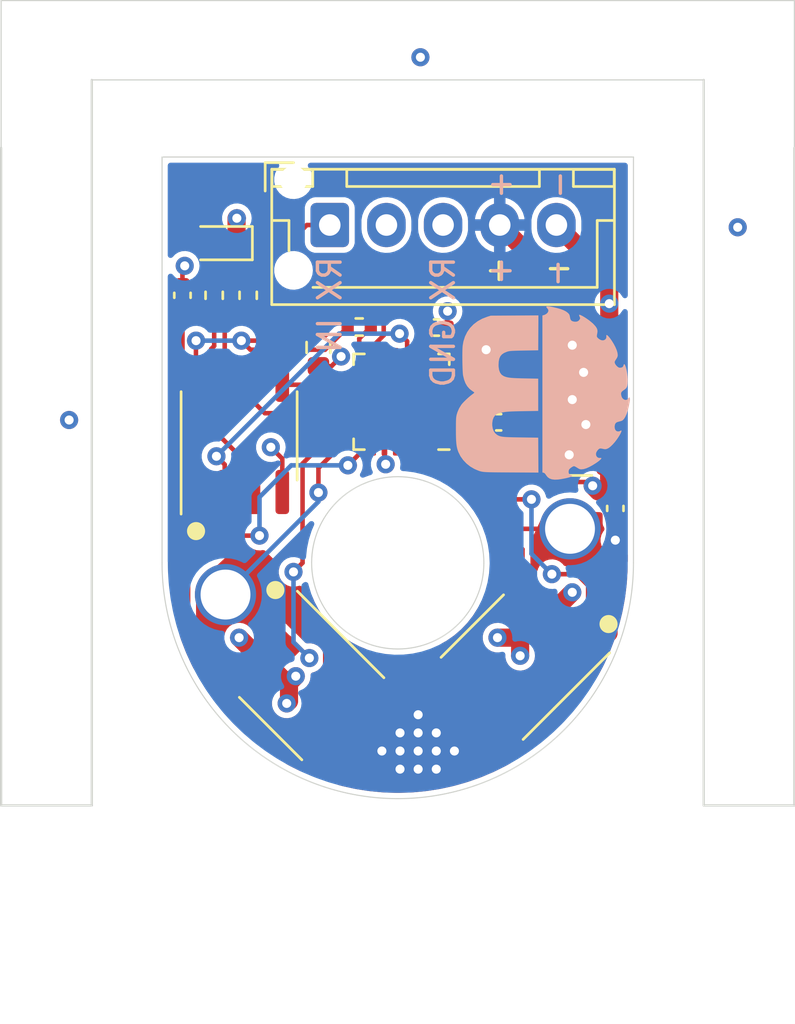
<source format=kicad_pcb>
(kicad_pcb (version 20201116) (generator pcbnew)
  (layers (0 "F.Cu" signal) (1 "In1.Cu" signal) (2 "In2.Cu" signal) (31 "B.Cu" signal) (34 "B.Paste" user) (35 "F.Paste" user) (36 "B.SilkS" user "B.Silkscreen") (37 "F.SilkS" user "F.Silkscreen") (38 "B.Mask" user) (39 "F.Mask" user) (44 "Edge.Cuts" user))
  (net 0 "")
  (net 1 "+3V3")
  (net 2 "Net-(R4-Pad1)")
  (net 3 "/GH1")
  (net 4 "/GL1")
  (net 5 "/GH2")
  (net 6 "Net-(J1-Pad1)")
  (net 7 "GND")
  (net 8 "/GL2")
  (net 9 "/AVDD")
  (net 10 "/VBAT")
  (net 11 "/PWMIN")
  (net 12 "/MOTOR_PWM_2")
  (net 13 "/MOTOR_PWM_1")
  (net 14 "/MOTOR_PAD_2")
  (net 15 "/MOTOR_PAD_1")
  (net 16 "no_connect_23")
  (net 17 "no_connect_24")
  (net 18 "Net-(D2-Pad2)")
  (net 19 "/~FAULT")
  (net 20 "no_connect_25")
  (net 21 "Net-(C3-Pad2)")
  (net 22 "Net-(C4-Pad1)")
  (net 23 "no_connect_26")
  (net 24 "Net-(C4-Pad2)")
  (net 25 "Net-(R2-Pad2)")
  (net 26 "/IDRIVE")
  (footprint "LED_SMD:LED_0603_1608Metric" (layer "F.Cu") (at 142.1 114.2 180)
    (fp_text reference "D2" hide)
    (fp_text value "Red LED" hide)
    (pad "1" smd roundrect (at -0.7875 0 180) (size 0.875 0.95) (layers "F.Cu" "F.Paste" "F.Mask") (net 7 "GND"))
    (pad "2" smd roundrect (at 0.7875 0 180) (size 0.875 0.95) (layers "F.Cu" "F.Paste" "F.Mask") (net 18 "Net-(D2-Pad2)"))
  )
  (footprint "beetleback:bbb_motorpin" (layer "F.Cu") (at 142.4 129.7)
    (fp_text reference "J4" hide)
    (fp_text value "motor_pad_2" hide)
    (pad "1" thru_hole circle (at 0 0) (size 2.7 2.7) (drill 2.2) (layers *.Cu *.Mask) (net 14 "/MOTOR_PAD_2"))
  )
  (footprint "Resistor_SMD:R_0402_1005Metric" (layer "F.Cu") (at 148.3 117.9)
    (fp_text reference "R2" hide)
    (fp_text value "1k")
    (pad "1" smd roundrect (at -0.51 0) (size 0.54 0.64) (layers "F.Cu" "F.Paste" "F.Mask") (net 1 "+3V3"))
    (pad "2" smd roundrect (at 0.51 0) (size 0.54 0.64) (layers "F.Cu" "F.Paste" "F.Mask") (net 25 "Net-(R2-Pad2)"))
  )
  (footprint "Capacitor_SMD:C_0402_1005Metric" (layer "F.Cu") (at 140.5 116.5 90)
    (fp_text reference "C1" hide)
    (fp_text value "1uF" hide)
    (pad "1" smd roundrect (at -0.48 0 90) (size 0.56 0.62) (layers "F.Cu" "F.Paste" "F.Mask") (net 1 "+3V3"))
    (pad "2" smd roundrect (at 0.48 0 90) (size 0.56 0.62) (layers "F.Cu" "F.Paste" "F.Mask") (net 7 "GND"))
  )
  (footprint "Capacitor_SMD:C_1206_3216Metric" (layer "F.Cu") (at 157.852451 123.535408)
    (fp_text reference "C6" hide)
    (fp_text value "22uF 25v" hide)
    (pad "1" smd roundrect (at -1.475 0) (size 1.15 1.8) (layers "F.Cu" "F.Paste" "F.Mask") (roundrect_rratio 0.2173913043478261) (net 10 "/VBAT"))
    (pad "2" smd roundrect (at 1.475 0) (size 1.15 1.8) (layers "F.Cu" "F.Paste" "F.Mask") (roundrect_rratio 0.2173913043478261) (net 7 "GND"))
  )
  (footprint "Resistor_SMD:R_0603_1608Metric" (layer "F.Cu") (at 146.5 118.8 -90)
    (fp_text reference "R3" hide)
    (fp_text value "DNP")
    (pad "1" smd roundrect (at -0.825 0 270) (size 0.8 0.95) (layers "F.Cu" "F.Paste" "F.Mask") (net 26 "/IDRIVE"))
    (pad "2" smd roundrect (at 0.825 0 270) (size 0.8 0.95) (layers "F.Cu" "F.Paste" "F.Mask") (net 7 "GND"))
  )
  (footprint "Capacitor_SMD:C_1206_3216Metric" (layer "F.Cu") (at 157.871803 121.1)
    (fp_text reference "C5" hide)
    (fp_text value "22uF 25v" hide)
    (pad "1" smd roundrect (at -1.475 0) (size 1.15 1.8) (layers "F.Cu" "F.Paste" "F.Mask") (roundrect_rratio 0.2173913043478261) (net 10 "/VBAT"))
    (pad "2" smd roundrect (at 1.475 0) (size 1.15 1.8) (layers "F.Cu" "F.Paste" "F.Mask") (roundrect_rratio 0.2173913043478261) (net 7 "GND"))
  )
  (footprint "Capacitor_SMD:C_0402_1005Metric" (layer "F.Cu") (at 154.430307 123.779556 -90)
    (fp_text reference "C2" hide)
    (fp_text value "0.1uF")
    (pad "1" smd roundrect (at -0.48 0 270) (size 0.56 0.62) (layers "F.Cu" "F.Paste" "F.Mask") (net 10 "/VBAT"))
    (pad "2" smd roundrect (at 0.48 0 270) (size 0.56 0.62) (layers "F.Cu" "F.Paste" "F.Mask") (net 7 "GND"))
  )
  (footprint "Capacitor_SMD:C_0402_1005Metric" (layer "F.Cu") (at 159.6 125.9 90)
    (fp_text reference "C9" hide)
    (fp_text value "1uF" hide)
    (pad "1" smd roundrect (at -0.48 0 90) (size 0.56 0.62) (layers "F.Cu" "F.Paste" "F.Mask") (net 10 "/VBAT"))
    (pad "2" smd roundrect (at 0.48 0 90) (size 0.56 0.62) (layers "F.Cu" "F.Paste" "F.Mask") (net 7 "GND"))
  )
  (footprint "Package_DFN_QFN:VQFN-24-1EP_4x4mm_P0.5mm_EP2.45x2.45mm" (layer "F.Cu") (at 150.163218 121.195599 180)
    (fp_text reference "U2" hide)
    (fp_text value "DRV8701P")
    (pad "1" smd roundrect (at -1.9875 -1.25 180) (size 0.775 0.25) (layers "F.Cu" "F.Paste" "F.Mask") (net 10 "/VBAT"))
    (pad "2" smd roundrect (at -1.9875 -0.75 180) (size 0.775 0.25) (layers "F.Cu" "F.Paste" "F.Mask") (net 21 "Net-(C3-Pad2)"))
    (pad "3" smd roundrect (at -1.9875 -0.25 180) (size 0.775 0.25) (layers "F.Cu" "F.Paste" "F.Mask") (net 22 "Net-(C4-Pad1)"))
    (pad "4" smd roundrect (at -1.9875 0.25 180) (size 0.775 0.25) (layers "F.Cu" "F.Paste" "F.Mask") (net 24 "Net-(C4-Pad2)"))
    (pad "5" smd roundrect (at -1.9875 0.75 180) (size 0.775 0.25) (layers "F.Cu" "F.Paste" "F.Mask") (net 7 "GND"))
    (pad "6" smd roundrect (at -1.9875 1.25 180) (size 0.775 0.25) (layers "F.Cu" "F.Paste" "F.Mask") (net 9 "/AVDD"))
    (pad "7" smd roundrect (at -1.25 1.9875 180) (size 0.25 0.775) (layers "F.Cu" "F.Paste" "F.Mask") (net 9 "/AVDD"))
    (pad "8" smd roundrect (at -0.75 1.9875 180) (size 0.25 0.775) (layers "F.Cu" "F.Paste" "F.Mask") (net 1 "+3V3"))
    (pad "9" smd roundrect (at -0.25 1.9875 180) (size 0.25 0.775) (layers "F.Cu" "F.Paste" "F.Mask") (net 19 "/~FAULT"))
    (pad "10" smd roundrect (at 0.25 1.9875 180) (size 0.25 0.775) (layers "F.Cu" "F.Paste" "F.Mask") (net 20 "no_connect_25"))
    (pad "11" smd roundrect (at 0.75 1.9875 180) (size 0.25 0.775) (layers "F.Cu" "F.Paste" "F.Mask") (net 23 "no_connect_26"))
    (pad "12" smd roundrect (at 1.25 1.9875 180) (size 0.25 0.775) (layers "F.Cu" "F.Paste" "F.Mask") (net 26 "/IDRIVE"))
    (pad "13" smd roundrect (at 1.9875 1.25 180) (size 0.775 0.25) (layers "F.Cu" "F.Paste" "F.Mask") (net 25 "Net-(R2-Pad2)"))
    (pad "14" smd roundrect (at 1.9875 0.75 180) (size 0.775 0.25) (layers "F.Cu" "F.Paste" "F.Mask") (net 12 "/MOTOR_PWM_2"))
    (pad "15" smd roundrect (at 1.9875 0.25 180) (size 0.775 0.25) (layers "F.Cu" "F.Paste" "F.Mask") (net 13 "/MOTOR_PWM_1"))
    (pad "16" smd roundrect (at 1.9875 -0.25 180) (size 0.775 0.25) (layers "F.Cu" "F.Paste" "F.Mask") (net 7 "GND"))
    (pad "17" smd roundrect (at 1.9875 -0.75 180) (size 0.775 0.25) (layers "F.Cu" "F.Paste" "F.Mask") (net 3 "/GH1"))
    (pad "18" smd roundrect (at 1.9875 -1.25 180) (size 0.775 0.25) (layers "F.Cu" "F.Paste" "F.Mask") (net 14 "/MOTOR_PAD_2"))
    (pad "19" smd roundrect (at 1.25 -1.9875 180) (size 0.25 0.775) (layers "F.Cu" "F.Paste" "F.Mask") (net 4 "/GL1"))
    (pad "20" smd roundrect (at 0.75 -1.9875 180) (size 0.25 0.775) (layers "F.Cu" "F.Paste" "F.Mask") (net 7 "GND"))
    (pad "21" smd roundrect (at 0.25 -1.9875 180) (size 0.25 0.775) (layers "F.Cu" "F.Paste" "F.Mask") (net 7 "GND"))
    (pad "22" smd roundrect (at -0.25 -1.9875 180) (size 0.25 0.775) (layers "F.Cu" "F.Paste" "F.Mask") (net 8 "/GL2"))
    (pad "23" smd roundrect (at -0.75 -1.9875 180) (size 0.25 0.775) (layers "F.Cu" "F.Paste" "F.Mask") (net 15 "/MOTOR_PAD_1"))
    (pad "24" smd roundrect (at -1.25 -1.9875 180) (size 0.25 0.775) (layers "F.Cu" "F.Paste" "F.Mask") (net 5 "/GH2"))
    (pad "25" smd rect (at 0 0 180) (size 2.45 2.45) (layers "F.Cu" "F.Mask") (net 7 "GND"))
  )
  (footprint "beetleback:bbb_motorpin" (layer "F.Cu") (at 157.6 126.8)
    (fp_text reference "J3" hide)
    (fp_text value "motor_pad_1" hide)
    (pad "1" thru_hole circle (at 0 0) (size 2.7 2.7) (drill 2.2) (layers *.Cu *.Mask) (net 15 "/MOTOR_PAD_1"))
  )
  (footprint "Package_SO:SOIC-8_3.9x4.9mm_P1.27mm" (layer "F.Cu") (at 143 122.7 90)
    (fp_text reference "U1" hide)
    (fp_text value "ATtiny13A-SS" hide)
    (pad "1" smd roundrect (at -2.475 -1.905 90) (size 1.95 0.6) (layers "F.Cu" "F.Paste" "F.Mask") (net 17 "no_connect_24"))
    (pad "2" smd roundrect (at -2.475 -0.635 90) (size 1.95 0.6) (layers "F.Cu" "F.Paste" "F.Mask") (net 19 "/~FAULT"))
    (pad "3" smd roundrect (at -2.475 0.635 90) (size 1.95 0.6) (layers "F.Cu" "F.Paste" "F.Mask") (net 2 "Net-(R4-Pad1)"))
    (pad "4" smd roundrect (at -2.475 1.905 90) (size 1.95 0.6) (layers "F.Cu" "F.Paste" "F.Mask") (net 7 "GND"))
    (pad "5" smd roundrect (at 2.475 1.905 90) (size 1.95 0.6) (layers "F.Cu" "F.Paste" "F.Mask") (net 12 "/MOTOR_PWM_2"))
    (pad "6" smd roundrect (at 2.475 0.635 90) (size 1.95 0.6) (layers "F.Cu" "F.Paste" "F.Mask") (net 13 "/MOTOR_PWM_1"))
    (pad "7" smd roundrect (at 2.475 -0.635 90) (size 1.95 0.6) (layers "F.Cu" "F.Paste" "F.Mask") (net 11 "/PWMIN"))
    (pad "8" smd roundrect (at 2.475 -1.905 90) (size 1.95 0.6) (layers "F.Cu" "F.Paste" "F.Mask") (net 1 "+3V3"))
  )
  (footprint "Package_SO:SOIC-8_3.9x4.9mm_P1.27mm" (layer "F.Cu") (at 146.2 133.8 -45)
    (fp_text reference "Q1" hide)
    (fp_text value "IRF7351TRPBF")
    (pad "1" smd roundrect (at -2.475 -1.905 315) (size 1.95 0.6) (layers "F.Cu" "F.Paste" "F.Mask") (net 14 "/MOTOR_PAD_2"))
    (pad "2" smd roundrect (at -2.475 -0.635 315) (size 1.95 0.6) (layers "F.Cu" "F.Paste" "F.Mask") (net 3 "/GH1"))
    (pad "3" smd roundrect (at -2.475 0.635 315) (size 1.95 0.6) (layers "F.Cu" "F.Paste" "F.Mask") (net 7 "GND"))
    (pad "4" smd roundrect (at -2.475 1.905 315) (size 1.95 0.6) (layers "F.Cu" "F.Paste" "F.Mask") (net 4 "/GL1"))
    (pad "5" smd roundrect (at 2.475 1.905 315) (size 1.95 0.6) (layers "F.Cu" "F.Paste" "F.Mask") (net 14 "/MOTOR_PAD_2"))
    (pad "6" smd roundrect (at 2.475 0.635 315) (size 1.95 0.6) (layers "F.Cu" "F.Paste" "F.Mask") (net 14 "/MOTOR_PAD_2"))
    (pad "7" smd roundrect (at 2.475 -0.635 315) (size 1.95 0.6) (layers "F.Cu" "F.Paste" "F.Mask") (net 10 "/VBAT"))
    (pad "8" smd roundrect (at 2.475 -1.905 315) (size 1.95 0.6) (layers "F.Cu" "F.Paste" "F.Mask") (net 10 "/VBAT"))
  )
  (footprint "Capacitor_SMD:C_0402_1005Metric" (layer "F.Cu") (at 151.707983 117.921979)
    (fp_text reference "C10" hide)
    (fp_text value "1uF")
    (pad "1" smd roundrect (at -0.48 0) (size 0.56 0.62) (layers "F.Cu" "F.Paste" "F.Mask") (net 1 "+3V3"))
    (pad "2" smd roundrect (at 0.48 0) (size 0.56 0.62) (layers "F.Cu" "F.Paste" "F.Mask") (net 7 "GND"))
  )
  (footprint "Capacitor_SMD:C_1206_3216Metric" (layer "F.Cu") (at 157.857273 118.7)
    (fp_text reference "C7" hide)
    (fp_text value "22uF 25v" hide)
    (pad "1" smd roundrect (at -1.475 0) (size 1.15 1.8) (layers "F.Cu" "F.Paste" "F.Mask") (roundrect_rratio 0.2173913043478261) (net 10 "/VBAT"))
    (pad "2" smd roundrect (at 1.475 0) (size 1.15 1.8) (layers "F.Cu" "F.Paste" "F.Mask") (roundrect_rratio 0.2173913043478261) (net 7 "GND"))
  )
  (footprint "Capacitor_SMD:C_0402_1005Metric" (layer "F.Cu") (at 154.751 118.442899 -90)
    (fp_text reference "C11" hide)
    (fp_text value "1uF")
    (pad "1" smd roundrect (at -0.48 0 270) (size 0.56 0.62) (layers "F.Cu" "F.Paste" "F.Mask") (net 9 "/AVDD"))
    (pad "2" smd roundrect (at 0.48 0 270) (size 0.56 0.62) (layers "F.Cu" "F.Paste" "F.Mask") (net 7 "GND"))
  )
  (footprint "Capacitor_SMD:C_0402_1005Metric" (layer "F.Cu") (at 154.454464 122.1 180)
    (fp_text reference "C3" hide)
    (fp_text value "1uF")
    (pad "1" smd roundrect (at -0.48 0 180) (size 0.56 0.62) (layers "F.Cu" "F.Paste" "F.Mask") (net 10 "/VBAT"))
    (pad "2" smd roundrect (at 0.48 0 180) (size 0.56 0.62) (layers "F.Cu" "F.Paste" "F.Mask") (net 21 "Net-(C3-Pad2)"))
  )
  (footprint "Resistor_SMD:R_0402_1005Metric" (layer "F.Cu") (at 143.4 116.5 -90)
    (fp_text reference "R1" hide)
    (fp_text value "1k")
    (pad "1" smd roundrect (at -0.51 0 270) (size 0.54 0.64) (layers "F.Cu" "F.Paste" "F.Mask") (net 6 "Net-(J1-Pad1)"))
    (pad "2" smd roundrect (at 0.51 0 270) (size 0.54 0.64) (layers "F.Cu" "F.Paste" "F.Mask") (net 11 "/PWMIN"))
  )
  (footprint "Resistor_SMD:R_0402_1005Metric" (layer "F.Cu") (at 141.9 116.5 90)
    (fp_text reference "R4" hide)
    (fp_text value "1k")
    (pad "1" smd roundrect (at -0.51 0 90) (size 0.54 0.64) (layers "F.Cu" "F.Paste" "F.Mask") (net 2 "Net-(R4-Pad1)"))
    (pad "2" smd roundrect (at 0.51 0 90) (size 0.54 0.64) (layers "F.Cu" "F.Paste" "F.Mask") (net 18 "Net-(D2-Pad2)"))
  )
  (footprint "Capacitor_SMD:C_0402_1005Metric" (layer "F.Cu") (at 154.025485 120.50156 90)
    (fp_text reference "C4" hide)
    (fp_text value "0.1uF")
    (pad "1" smd roundrect (at -0.48 0 90) (size 0.56 0.62) (layers "F.Cu" "F.Paste" "F.Mask") (net 22 "Net-(C4-Pad1)"))
    (pad "2" smd roundrect (at 0.48 0 90) (size 0.56 0.62) (layers "F.Cu" "F.Paste" "F.Mask") (net 24 "Net-(C4-Pad2)"))
  )
  (footprint "Package_SO:SOIC-8_3.9x4.9mm_P1.27mm" (layer "F.Cu") (at 155.1 132.9 -135)
    (fp_text reference "Q2" hide)
    (fp_text value "IRF7351TRPBF")
    (pad "1" smd roundrect (at -2.475 -1.905 225) (size 1.95 0.6) (layers "F.Cu" "F.Paste" "F.Mask") (net 15 "/MOTOR_PAD_1"))
    (pad "2" smd roundrect (at -2.475 -0.635 225) (size 1.95 0.6) (layers "F.Cu" "F.Paste" "F.Mask") (net 5 "/GH2"))
    (pad "3" smd roundrect (at -2.475 0.635 225) (size 1.95 0.6) (layers "F.Cu" "F.Paste" "F.Mask") (net 7 "GND"))
    (pad "4" smd roundrect (at -2.475 1.905 225) (size 1.95 0.6) (layers "F.Cu" "F.Paste" "F.Mask") (net 8 "/GL2"))
    (pad "5" smd roundrect (at 2.475 1.905 225) (size 1.95 0.6) (layers "F.Cu" "F.Paste" "F.Mask") (net 15 "/MOTOR_PAD_1"))
    (pad "6" smd roundrect (at 2.475 0.635 225) (size 1.95 0.6) (layers "F.Cu" "F.Paste" "F.Mask") (net 15 "/MOTOR_PAD_1"))
    (pad "7" smd roundrect (at 2.475 -0.635 225) (size 1.95 0.6) (layers "F.Cu" "F.Paste" "F.Mask") (net 10 "/VBAT"))
    (pad "8" smd roundrect (at 2.475 -1.905 225) (size 1.95 0.6) (layers "F.Cu" "F.Paste" "F.Mask") (net 10 "/VBAT"))
  )
  (footprint "beetleback:JST_XH_B5B-XH-AM_doubleside" (layer "F.Cu") (at 147 113.4)
    (fp_text reference "J1" hide)
    (fp_text value "Conn_01x05_Female")
    (pad "" np_thru_hole circle (at -1.6 2) (size 1.2 1.2) (drill 1.2) (layers *.Cu *.Mask))
    (pad "" np_thru_hole circle (at -1.6 -2) (size 1.2 1.2) (drill 1.2) (layers F&B.Cu *.Mask))
    (pad "1" thru_hole roundrect (at 0 0) (size 1.7 1.95) (drill 0.95) (layers *.Cu *.Mask) (roundrect_rratio 0.1470588235294118) (net 6 "Net-(J1-Pad1)"))
    (pad "2" thru_hole oval (at 2.5 0) (size 1.7 1.95) (drill 0.95) (layers *.Cu *.Mask) (net 16 "no_connect_23"))
    (pad "3" thru_hole oval (at 5 0) (size 1.7 1.95) (drill 0.95) (layers *.Cu *.Mask) (net 7 "GND"))
    (pad "4" thru_hole oval (at 7.5 0) (size 1.7 1.95) (drill 0.95) (layers *.Cu *.Mask) (net 10 "/VBAT"))
    (pad "5" thru_hole oval (at 10 0) (size 1.7 1.95) (drill 0.95) (layers *.Cu *.Mask) (net 7 "GND"))
  )
  (footprint "beetleback:bbb_logo" (layer "B.Cu") (at 156.4 120.8 180)
    (fp_text reference "G***" hide)
    (fp_text value "LOGO" hide)
  )
  (gr_circle (center 153.3 123) (end 153.5 123) (layer "F.SilkS") (width 0.4) (fill none))
  (gr_circle (center 144.6 129.5) (end 144.8 129.5) (layer "F.SilkS") (width 0.4) (fill none))
  (gr_circle (center 159.3 131) (end 159.5 131) (layer "F.SilkS") (width 0.4) (fill none))
  (gr_circle (center 141.1 126.9) (end 141.3 126.9) (layer "F.SilkS") (width 0.4) (fill none))
  (gr_line (start 167.5 110) (end 167.5 139) (layer "Edge.Cuts") (width 0.1))
  (gr_line (start 132.5 139) (end 132.5 110) (layer "Edge.Cuts") (width 0.1))
  (gr_circle (center 150 128.3) (end 153.8 128.3) (layer "Edge.Cuts") (width 0.05) (fill none))
  (gr_line (start 160.4 110.4) (end 160.4 128.3) (layer "Edge.Cuts") (width 0.05))
  (gr_line (start 163.5 139) (end 163.5 107) (layer "Edge.Cuts") (width 0.1))
  (gr_line (start 139.6 128.3) (end 139.6 110.4) (layer "Edge.Cuts") (width 0.05))
  (gr_arc (start 150 128.3) (end 160.4 128.3) (angle 180) (layer "Edge.Cuts") (width 0.05))
  (gr_line (start 139.6 110.4) (end 160.4 110.4) (layer "Edge.Cuts") (width 0.05))
  (gr_line (start 132.5 110) (end 132.5 103.5) (layer "Edge.Cuts") (width 0.05))
  (gr_line (start 167.5 139) (end 163.5 139) (layer "Edge.Cuts") (width 0.1))
  (gr_line (start 132.5 103.5) (end 167.5 103.5) (layer "Edge.Cuts") (width 0.05))
  (gr_line (start 136.5 107) (end 136.5 139) (layer "Edge.Cuts") (width 0.1))
  (gr_line (start 163.5 107) (end 136.5 107) (layer "Edge.Cuts") (width 0.05))
  (gr_line (start 167.5 103.5) (end 167.5 110) (layer "Edge.Cuts") (width 0.05))
  (gr_line (start 136.5 139) (end 132.5 139) (layer "Edge.Cuts") (width 0.1))
  (gr_text "+" (at 154.5 110.9 90) (layer "B.SilkS") (effects (font (size 1 1)) (justify left mirror)))
  (gr_text "RX IN" (at 147 114.7 90) (layer "B.SilkS") (effects (font (size 1 1)) (justify left mirror)))
  (gr_text "RX GND" (at 152 114.7 90) (layer "B.SilkS") (effects (font (size 1 1)) (justify left mirror)))
  (gr_text "-" (at 157 114.8 90) (layer "B.SilkS") (effects (font (size 1 1)) (justify left mirror)))
  (gr_text "-" (at 157.1 110.9 90) (layer "B.SilkS") (effects (font (size 1 1)) (justify left mirror)))
  (gr_text "+" (at 154.5 114.7 90) (layer "B.SilkS") (effects (font (size 1 1)) (justify left mirror)))
  (gr_text "-" (at 156.4 115.4 180) (layer "F.SilkS") (effects (font (size 1 1)) (justify left mirror)))
  (gr_text "+" (at 154.4 114.7 90) (layer "F.SilkS") (effects (font (size 1 1)) (justify left mirror)))
  (via (at 135.5 122) (size 0.8) (drill 0.4) (layers "F.Cu" "B.Cu") (net 0))
  (via (at 165 113.5) (size 0.8) (drill 0.4) (layers "F.Cu" "B.Cu") (net 0))
  (via (at 151 106) (size 0.8) (drill 0.4) (layers "F.Cu" "B.Cu") (net 0))
  (segment (start 140.5 119.63) (end 141.095 120.225) (width 0.2) (layer "F.Cu") (net 1))
  (segment (start 146.79 118.9) (end 147.79 117.9) (width 0.2) (layer "F.Cu") (net 1))
  (segment (start 143.1 118.5) (end 143.5 118.9) (width 0.2) (layer "F.Cu") (net 1))
  (segment (start 150.006004 116.7) (end 151.227983 117.921979) (width 0.2) (layer "F.Cu") (net 1))
  (segment (start 150.913218 118.236744) (end 151.227983 117.921979) (width 0.2) (layer "F.Cu") (net 1))
  (segment (start 143.1 118.5) (end 143.8 118.5) (width 0.2) (layer "F.Cu") (net 1))
  (segment (start 140.5 116.98) (end 140.5 119.63) (width 0.2) (layer "F.Cu") (net 1))
  (segment (start 145.6 116.7) (end 150.006004 116.7) (width 0.2) (layer "F.Cu") (net 1))
  (segment (start 143.8 118.5) (end 145.6 116.7) (width 0.2) (layer "F.Cu") (net 1))
  (segment (start 150.913218 119.208099) (end 150.913218 118.236744) (width 0.2) (layer "F.Cu") (net 1))
  (segment (start 141.095 118.505) (end 141.1 118.5) (width 0.2) (layer "F.Cu") (net 1))
  (segment (start 143.27501 118.67501) (end 143.1 118.5) (width 0.2) (layer "F.Cu") (net 1))
  (segment (start 143.5 118.9) (end 146.79 118.9) (width 0.2) (layer "F.Cu") (net 1))
  (segment (start 141.095 120.225) (end 141.095 118.505) (width 0.2) (layer "F.Cu") (net 1))
  (via (at 141.1 118.5) (size 0.8) (drill 0.4) (layers "F.Cu" "B.Cu") (net 1))
  (via (at 143.1 118.5) (size 0.8) (drill 0.4) (layers "F.Cu" "B.Cu") (net 1))
  (segment (start 141.1 118.5) (end 143.1 118.5) (width 0.2) (layer "B.Cu") (net 1))
  (segment (start 143.635 124.2) (end 143.635 125.175) (width 0.2) (layer "F.Cu") (net 2))
  (segment (start 141.9 118.736004) (end 141.76499 118.871014) (width 0.2) (layer "F.Cu") (net 2))
  (segment (start 141.9 117.01) (end 141.9 118.736004) (width 0.2) (layer "F.Cu") (net 2))
  (segment (start 141.76499 118.871014) (end 141.76499 122.32999) (width 0.2) (layer "F.Cu") (net 2))
  (segment (start 141.76499 122.32999) (end 143.635 124.2) (width 0.2) (layer "F.Cu") (net 2))
  (segment (start 144.898924 131.600898) (end 145.200898 131.600898) (width 0.2) (layer "F.Cu") (net 3))
  (segment (start 145.4 128.7) (end 145.799999 128.300001) (width 0.2) (layer "F.Cu") (net 3))
  (segment (start 145.799999 123.92115) (end 147.77555 121.945599) (width 0.2) (layer "F.Cu") (net 3))
  (segment (start 147.77555 121.945599) (end 148.175718 121.945599) (width 0.2) (layer "F.Cu") (net 3))
  (segment (start 145.200898 131.600898) (end 146.1 132.5) (width 0.2) (layer "F.Cu") (net 3))
  (segment (start 145.799999 128.300001) (end 145.799999 123.92115) (width 0.2) (layer "F.Cu") (net 3))
  (via (at 145.4 128.7) (size 0.8) (drill 0.4) (layers "F.Cu" "B.Cu") (net 3))
  (via (at 146.1 132.5) (size 0.8) (drill 0.4) (layers "F.Cu" "B.Cu") (net 3))
  (segment (start 145.4 131.8) (end 145.4 128.7) (width 0.2) (layer "B.Cu") (net 3))
  (segment (start 146.1 132.5) (end 145.4 131.8) (width 0.2) (layer "B.Cu") (net 3))
  (segment (start 148.616901 123.183099) (end 147.8 124) (width 0.2) (layer "F.Cu") (net 4))
  (segment (start 140.749999 131.044076) (end 143.102872 133.396949) (width 0.2) (layer "F.Cu") (net 4))
  (segment (start 140.749999 128.907999) (end 140.749999 131.044076) (width 0.2) (layer "F.Cu") (net 4))
  (segment (start 142.557998 127.1) (end 140.749999 128.907999) (width 0.2) (layer "F.Cu") (net 4))
  (segment (start 143.9 127.1) (end 142.557998 127.1) (width 0.2) (layer "F.Cu") (net 4))
  (segment (start 148.913218 123.183099) (end 148.616901 123.183099) (width 0.2) (layer "F.Cu") (net 4))
  (via (at 147.8 124) (size 0.8) (drill 0.4) (layers "F.Cu" "B.Cu") (net 4))
  (via (at 143.9 127.1) (size 0.8) (drill 0.4) (layers "F.Cu" "B.Cu") (net 4))
  (segment (start 143.9 125.4) (end 143.9 127.1) (width 0.2) (layer "B.Cu") (net 4))
  (segment (start 147.8 124) (end 145.3 124) (width 0.2) (layer "B.Cu") (net 4))
  (segment (start 145.3 124) (end 143.9 125.4) (width 0.2) (layer "B.Cu") (net 4))
  (segment (start 154.738481 125.5) (end 155.9 125.5) (width 0.2) (layer "F.Cu") (net 5))
  (segment (start 157.9 128.8) (end 158.4 129.3) (width 0.2) (layer "F.Cu") (net 5))
  (segment (start 151.413218 123.183099) (end 152.42158 123.183099) (width 0.2) (layer "F.Cu") (net 5))
  (segment (start 156.8 128.8) (end 157.9 128.8) (width 0.2) (layer "F.Cu") (net 5))
  (segment (start 158.4 129.3) (end 158.4 130.498026) (width 0.2) (layer "F.Cu") (net 5))
  (segment (start 152.42158 123.183099) (end 154.738481 125.5) (width 0.2) (layer "F.Cu") (net 5))
  (segment (start 158.4 130.498026) (end 157.299102 131.598924) (width 0.2) (layer "F.Cu") (net 5))
  (via (at 155.9 125.5) (size 0.8) (drill 0.4) (layers "F.Cu" "B.Cu") (net 5))
  (via (at 156.8 128.8) (size 0.8) (drill 0.4) (layers "F.Cu" "B.Cu") (net 5))
  (segment (start 155.9 125.5) (end 155.9 127.9) (width 0.2) (layer "B.Cu") (net 5))
  (segment (start 155.9 127.9) (end 156.8 128.8) (width 0.2) (layer "B.Cu") (net 5))
  (segment (start 145.99 113.4) (end 143.4 115.99) (width 0.2) (layer "F.Cu") (net 6))
  (segment (start 147 113.4) (end 145.99 113.4) (width 0.2) (layer "F.Cu") (net 6))
  (segment (start 158.432273 120.132273) (end 158.2 119.9) (width 0.8) (layer "F.Cu") (net 7))
  (segment (start 156.599102 130.700898) (end 157.7 129.6) (width 0.8) (layer "F.Cu") (net 7))
  (segment (start 144.000898 132.498924) (end 145.201974 133.7) (width 0.8) (layer "F.Cu") (net 7))
  (segment (start 159.346803 120.146803) (end 159.346803 121.1) (width 0.8) (layer "F.Cu") (net 7))
  (segment (start 155.4 131.701974) (end 155.4 132.4) (width 0.8) (layer "F.Cu") (net 7))
  (segment (start 145.201974 133.7) (end 145.201974 134.398026) (width 0.8) (layer "F.Cu") (net 7))
  (segment (start 142.8875 114.2) (end 142.8875 113.1125) (width 0.8) (layer "F.Cu") (net 7))
  (segment (start 157 113.4) (end 159.332273 115.732273) (width 0.8) (layer "F.Cu") (net 7))
  (segment (start 156.401076 130.700898) (end 155.501974 131.6) (width 0.8) (layer "F.Cu") (net 7))
  (segment (start 144.905 123.705) (end 144.4 123.2) (width 0.2) (layer "F.Cu") (net 7))
  (segment (start 158.653197 122.553197) (end 158.3 122.2) (width 0.8) (layer "F.Cu") (net 7))
  (segment (start 159.346803 122.553197) (end 159.346803 123.516056) (width 0.8) (layer "F.Cu") (net 7))
  (segment (start 142.8875 113.1125) (end 142.9 113.1) (width 0.8) (layer "F.Cu") (net 7))
  (segment (start 145.201974 133.598026) (end 145.5 133.3) (width 0.8) (layer "F.Cu") (net 7))
  (segment (start 158.847451 125.147451) (end 158.6 124.9) (width 0.8) (layer "F.Cu") (net 7))
  (segment (start 144.000898 132.498924) (end 143.898924 132.498924) (width 0.8) (layer "F.Cu") (net 7))
  (segment (start 144.905 125.175) (end 144.905 123.705) (width 0.2) (layer "F.Cu") (net 7))
  (segment (start 154.751 118.922899) (end 153.922899 118.922899) (width 0.2) (layer "F.Cu") (net 7))
  (segment (start 152.187983 117.212017) (end 152.2 117.2) (width 0.2) (layer "F.Cu") (net 7))
  (segment (start 155.501974 131.6) (end 154.4 131.6) (width 0.8) (layer "F.Cu") (net 7))
  (segment (start 152.550886 120.445599) (end 153.9 119.096485) (width 0.2) (layer "F.Cu") (net 7))
  (segment (start 159.346803 121.1) (end 159.346803 122.553197) (width 0.8) (layer "F.Cu") (net 7))
  (segment (start 143.898924 132.498924) (end 143 131.6) (width 0.8) (layer "F.Cu") (net 7))
  (segment (start 152.150718 120.445599) (end 150.913218 120.445599) (width 0.2) (layer "F.Cu") (net 7))
  (segment (start 156.401076 130.700898) (end 156.599102 130.700898) (width 0.8) (layer "F.Cu") (net 7))
  (segment (start 140.5 115.3) (end 140.6 115.2) (width 0.2) (layer "F.Cu") (net 7))
  (segment (start 155.348765 124.259556) (end 155.824627 124.735418) (width 0.2) (layer "F.Cu") (net 7))
  (segment (start 159.346803 122.553197) (end 158.653197 122.553197) (width 0.8) (layer "F.Cu") (net 7))
  (segment (start 154.430307 124.259556) (end 155.348765 124.259556) (width 0.2) (layer "F.Cu") (net 7))
  (segment (start 159.346803 123.516056) (end 159.327451 123.535408) (width 0.8) (layer "F.Cu") (net 7))
  (segment (start 149.413218 123.899538) (end 149.466581 123.952901) (width 0.2) (layer "F.Cu") (net 7))
  (segment (start 149.913218 121.445599) (end 150.163218 121.195599) (width 0.2) (layer "F.Cu") (net 7))
  (segment (start 159.332273 120.132273) (end 158.432273 120.132273) (width 0.8) (layer "F.Cu") (net 7))
  (segment (start 153.922899 118.922899) (end 153.9 118.9) (width 0.2) (layer "F.Cu") (net 7))
  (segment (start 149.413218 123.183099) (end 149.413218 123.899538) (width 0.2) (layer "F.Cu") (net 7))
  (segment (start 159.327451 125.147451) (end 158.847451 125.147451) (width 0.8) (layer "F.Cu") (net 7))
  (segment (start 156.401076 130.700898) (end 155.4 131.701974) (width 0.8) (layer "F.Cu") (net 7))
  (segment (start 140.5 116.02) (end 140.5 115.3) (width 0.2) (layer "F.Cu") (net 7))
  (segment (start 159.332273 120.132273) (end 159.346803 120.146803) (width 0.8) (layer "F.Cu") (net 7))
  (segment (start 159.327451 125.147451) (end 159.6 125.42) (width 0.8) (layer "F.Cu") (net 7))
  (segment (start 159.332273 118.7) (end 159.332273 120.132273) (width 0.8) (layer "F.Cu") (net 7))
  (segment (start 149.413218 123.183099) (end 149.413218 121.945599) (width 0.2) (layer "F.Cu") (net 7))
  (segment (start 145.201974 134.398026) (end 145.1 134.5) (width 0.8) (layer "F.Cu") (net 7))
  (segment (start 158.435418 124.735418) (end 158.6 124.9) (width 0.2) (layer "F.Cu") (net 7))
  (segment (start 149.913218 123.183099) (end 149.913218 121.445599) (width 0.2) (layer "F.Cu") (net 7))
  (segment (start 153.9 119.096485) (end 153.9 118.9) (width 0.2) (layer "F.Cu") (net 7))
  (segment (start 145.201974 133.7) (end 145.201974 133.598026) (width 0.8) (layer "F.Cu") (net 7))
  (segment (start 148.175718 121.445599) (end 149.913218 121.445599) (width 0.2) (layer "F.Cu") (net 7))
  (segment (start 159.327451 123.535408) (end 159.327451 125.147451) (width 0.8) (layer "F.Cu") (net 7))
  (segment (start 159.332273 115.732273) (end 159.332273 116.867727) (width 0.8) (layer "F.Cu") (net 7))
  (segment (start 159.332273 116.867727) (end 159.332273 118.7) (width 0.8) (layer "F.Cu") (net 7))
  (segment (start 150.913218 120.445599) (end 150.163218 121.195599) (width 0.2) (layer "F.Cu") (net 7))
  (segment (start 146.5 119.625) (end 147.075 119.625) (width 0.2) (layer "F.Cu") (net 7))
  (segment (start 147.075 119.625) (end 147.5 119.2) (width 0.2) (layer "F.Cu") (net 7))
  (segment (start 152.150718 120.445599) (end 152.550886 120.445599) (width 0.2) (layer "F.Cu") (net 7))
  (segment (start 155.824627 124.735418) (end 158.435418 124.735418) (width 0.2) (layer "F.Cu") (net 7))
  (segment (start 149.413218 121.945599) (end 150.163218 121.195599) (width 0.2) (layer "F.Cu") (net 7))
  (segment (start 152.187983 117.921979) (end 152.187983 117.212017) (width 0.2) (layer "F.Cu") (net 7))
  (via (at 147.5 119.2) (size 0.8) (drill 0.4) (layers "F.Cu" "B.Cu") (net 7))
  (via (at 158.2 119.9) (size 0.8) (drill 0.4) (layers "F.Cu" "B.Cu") (net 7))
  (via (at 140.6 115.2) (size 0.8) (drill 0.4) (layers "F.Cu" "B.Cu") (net 7))
  (via (at 155.4 132.4) (size 0.8) (drill 0.4) (layers "F.Cu" "B.Cu") (net 7))
  (via (at 142.9 113.1) (size 0.8) (drill 0.4) (layers "F.Cu" "B.Cu") (net 7))
  (via (at 145.1 134.5) (size 0.8) (drill 0.4) (layers "F.Cu" "B.Cu") (net 7))
  (via (at 154.4 131.6) (size 0.8) (drill 0.4) (layers "F.Cu" "B.Cu") (net 7))
  (via (at 143 131.6) (size 0.8) (drill 0.4) (layers "F.Cu" "B.Cu") (net 7))
  (via (at 158.3 122.2) (size 0.8) (drill 0.4) (layers "F.Cu" "B.Cu") (net 7))
  (via (at 159.332273 116.867727) (size 0.8) (drill 0.4) (layers "F.Cu" "B.Cu") (net 7))
  (via (at 145.5 133.3) (size 0.8) (drill 0.4) (layers "F.Cu" "B.Cu") (net 7))
  (via (at 153.9 118.9) (size 0.8) (drill 0.4) (layers "F.Cu" "B.Cu") (net 7))
  (via (at 157.7 129.6) (size 0.8) (drill 0.4) (layers "F.Cu" "B.Cu") (net 7))
  (via (at 144.4 123.2) (size 0.8) (drill 0.4) (layers "F.Cu" "B.Cu") (net 7))
  (via (at 149.466581 123.952901) (size 0.8) (drill 0.4) (layers "F.Cu" "B.Cu") (net 7))
  (via (at 152.2 117.2) (size 0.8) (drill 0.4) (layers "F.Cu" "B.Cu") (net 7))
  (via (at 158.6 124.9) (size 0.8) (drill 0.4) (layers "F.Cu" "B.Cu") (net 7))
  (segment (start 151.034871 124.27062) (end 152.07062 124.27062) (width 0.2) (layer "F.Cu") (net 8))
  (segment (start 150.413218 123.183099) (end 150.413218 123.648967) (width 0.2) (layer "F.Cu") (net 8))
  (segment (start 155.503051 127.703051) (end 155.503051 129.802872) (width 0.2) (layer "F.Cu") (net 8))
  (segment (start 150.413218 123.648967) (end 151.034871 124.27062) (width 0.2) (layer "F.Cu") (net 8))
  (segment (start 152.07062 124.27062) (end 155.503051 127.703051) (width 0.2) (layer "F.Cu") (net 8))
  (segment (start 151.413218 119.208099) (end 152.150718 119.945599) (width 0.2) (layer "F.Cu") (net 9))
  (segment (start 153.801097 117.962899) (end 152.150718 119.613278) (width 0.2) (layer "F.Cu") (net 9))
  (segment (start 154.751 117.962899) (end 153.801097 117.962899) (width 0.2) (layer "F.Cu") (net 9))
  (segment (start 152.150718 119.613278) (end 152.150718 119.945599) (width 0.2) (layer "F.Cu") (net 9))
  (segment (start 153.798924 135.099103) (end 154.696949 135.997128) (width 0.8) (layer "F.Cu") (net 10))
  (segment (start 156.377451 123.535408) (end 157.564592 123.535408) (width 0.8) (layer "F.Cu") (net 10))
  (segment (start 154.430307 122.604157) (end 154.934464 122.1) (width 0.2) (layer "F.Cu") (net 10))
  (segment (start 154.120307 123.299556) (end 154.430307 123.299556) (width 0.2) (layer "F.Cu") (net 10))
  (segment (start 153.798924 135.099102) (end 153.798924 135.099103) (width 0.8) (layer "F.Cu") (net 10))
  (segment (start 156.396803 123.516056) (end 156.377451 123.535408) (width 0.8) (layer "F.Cu") (net 10))
  (segment (start 156.382273 118.7) (end 156.382273 121.08547) (width 0.8) (layer "F.Cu") (net 10))
  (segment (start 156.396803 121.1) (end 156.396803 123.516056) (width 0.8) (layer "F.Cu") (net 10))
  (segment (start 152.150718 122.445599) (end 153.26635 122.445599) (width 0.2) (layer "F.Cu") (net 10))
  (segment (start 154.430307 123.299556) (end 154.430307 122.604157) (width 0.2) (layer "F.Cu") (net 10))
  (segment (start 159.6 126.38) (end 159.6 127.3) (width 0.3) (layer "F.Cu") (net 10))
  (segment (start 156.396803 121.1) (end 157.7 121.1) (width 0.8) (layer "F.Cu") (net 10))
  (segment (start 153.26635 122.445599) (end 154.120307 123.299556) (width 0.2) (layer "F.Cu") (net 10))
  (segment (start 148.399103 135.101076) (end 149.297128 134.203051) (width 0.8) (layer "F.Cu") (net 10))
  (segment (start 156.382273 118.7) (end 157.7 118.7) (width 0.8) (layer "F.Cu") (net 10))
  (segment (start 154.934464 122.1) (end 155.396803 122.1) (width 0.2) (layer "F.Cu") (net 10))
  (segment (start 156.382273 115.282273) (end 156.382273 118.7) (width 0.8) (layer "F.Cu") (net 10))
  (segment (start 156.382273 121.08547) (end 156.396803 121.1) (width 0.8) (layer "F.Cu") (net 10))
  (segment (start 155.396803 122.1) (end 156.396803 121.1) (width 0.2) (layer "F.Cu") (net 10))
  (segment (start 154.5 113.4) (end 156.382273 115.282273) (width 0.8) (layer "F.Cu") (net 10))
  (segment (start 148.399102 135.101076) (end 148.399103 135.101076) (width 0.8) (layer "F.Cu") (net 10))
  (via (at 151.7 135.8) (size 0.8) (drill 0.4) (layers "F.Cu" "B.Cu") (net 10))
  (via (at 151.7 137.4) (size 0.8) (drill 0.4) (layers "F.Cu" "B.Cu") (net 10))
  (via (at 150.9 135.8) (size 0.8) (drill 0.4) (layers "F.Cu" "B.Cu") (net 10))
  (via (at 149.3 136.6) (size 0.8) (drill 0.4) (layers "F.Cu" "B.Cu") (net 10))
  (via (at 151.7 136.6) (size 0.8) (drill 0.4) (layers "F.Cu" "B.Cu") (net 10))
  (via (at 157.564592 123.535408) (size 0.8) (drill 0.4) (layers "F.Cu" "B.Cu") (net 10))
  (via (at 150.9 137.4) (size 0.8) (drill 0.4) (layers "F.Cu" "B.Cu") (net 10))
  (via (at 157.7 118.7) (size 0.8) (drill 0.4) (layers "F.Cu" "B.Cu") (net 10))
  (via (at 159.6 127.3) (size 0.8) (drill 0.4) (layers "F.Cu" "B.Cu") (net 10))
  (via (at 150.9 135) (size 0.8) (drill 0.4) (layers "F.Cu" "B.Cu") (net 10))
  (via (at 157.7 121.1) (size 0.8) (drill 0.4) (layers "F.Cu" "B.Cu") (net 10))
  (via (at 152.5 136.6) (size 0.8) (drill 0.4) (layers "F.Cu" "B.Cu") (net 10))
  (via (at 150.1 135.8) (size 0.8) (drill 0.4) (layers "F.Cu" "B.Cu") (net 10))
  (via (at 150.9 136.6) (size 0.8) (drill 0.4) (layers "F.Cu" "B.Cu") (net 10))
  (via (at 150.1 137.4) (size 0.8) (drill 0.4) (layers "F.Cu" "B.Cu") (net 10))
  (via (at 150.1 136.6) (size 0.8) (drill 0.4) (layers "F.Cu" "B.Cu") (net 10))
  (segment (start 142.365 118.045) (end 143.4 117.01) (width 0.2) (layer "F.Cu") (net 11))
  (segment (start 142.365 120.225) (end 142.365 118.045) (width 0.2) (layer "F.Cu") (net 11))
  (segment (start 145.125599 120.445599) (end 148.175718 120.445599) (width 0.2) (layer "F.Cu") (net 12))
  (segment (start 144.905 120.225) (end 145.125599 120.445599) (width 0.2) (layer "F.Cu") (net 12))
  (segment (start 143.635 121.2) (end 144.135 121.7) (width 0.2) (layer "F.Cu") (net 13))
  (segment (start 143.635 120.225) (end 143.635 121.2) (width 0.2) (layer "F.Cu") (net 13))
  (segment (start 147.77555 120.945599) (end 148.175718 120.945599) (width 0.2) (layer "F.Cu") (net 13))
  (segment (start 144.135 121.7) (end 147.021149 121.7) (width 0.2) (layer "F.Cu") (net 13))
  (segment (start 147.021149 121.7) (end 147.77555 120.945599) (width 0.2) (layer "F.Cu") (net 13))
  (segment (start 146.603051 136.897128) (end 146.603051 136.897127) (width 0.8) (layer "F.Cu") (net 14))
  (segment (start 147.100002 132.980002) (end 146.959663 133.120341) (width 0.8) (layer "F.Cu") (net 14))
  (segment (start 146.959663 133.120341) (end 146.959663 135.457689) (width 0.8) (layer "F.Cu") (net 14))
  (segment (start 145.796949 130.702872) (end 147.100002 132.005925) (width 0.8) (layer "F.Cu") (net 14))
  (segment (start 146.603051 136.897127) (end 147.501076 135.999102) (width 0.8) (layer "F.Cu") (net 14))
  (segment (start 146.959663 135.457689) (end 147.501076 135.999102) (width 0.8) (layer "F.Cu") (net 14))
  (segment (start 142.4 129.7) (end 144.794077 129.7) (width 0.8) (layer "F.Cu") (net 14))
  (segment (start 148.175718 122.445599) (end 146.5 124.121317) (width 0.2) (layer "F.Cu") (net 14))
  (segment (start 147.100002 132.005925) (end 147.100002 132.980002) (width 0.8) (layer "F.Cu") (net 14))
  (segment (start 144.794077 129.7) (end 145.796949 130.702872) (width 0.8) (layer "F.Cu") (net 14))
  (segment (start 146.5 124.121317) (end 146.5 125.2) (width 0.2) (layer "F.Cu") (net 14))
  (via (at 146.5 125.2) (size 0.8) (drill 0.4) (layers "F.Cu" "B.Cu") (net 14))
  (segment (start 146.5 125.6) (end 146.5 125.2) (width 0.2) (layer "B.Cu") (net 14))
  (segment (start 142.4 129.7) (end 146.5 125.6) (width 0.2) (layer "B.Cu") (net 14))
  (segment (start 152.900897 134.201076) (end 152.002872 133.303051) (width 0.8) (layer "F.Cu") (net 15))
  (segment (start 157.6 126.8) (end 159.3 128.5) (width 0.8) (layer "F.Cu") (net 15))
  (segment (start 152.900898 134.201076) (end 152.900897 134.201076) (width 0.8) (layer "F.Cu") (net 15))
  (segment (start 159.3 131.394077) (end 158.197128 132.496949) (width 0.8) (layer "F.Cu") (net 15))
  (segment (start 150.913218 123.583267) (end 151.20056 123.870609) (width 0.2) (layer "F.Cu") (net 15))
  (segment (start 158.197128 132.496949) (end 157.034414 133.659663) (width 0.8) (layer "F.Cu") (net 15))
  (segment (start 151.20056 123.870609) (end 152.54339 123.870609) (width 0.2) (layer "F.Cu") (net 15))
  (segment (start 150.913218 123.183099) (end 150.913218 123.583267) (width 0.2) (layer "F.Cu") (net 15))
  (segment (start 152.54339 123.870609) (end 155.472781 126.8) (width 0.2) (layer "F.Cu") (net 15))
  (segment (start 155.472781 126.8) (end 157.6 126.8) (width 0.2) (layer "F.Cu") (net 15))
  (segment (start 159.3 128.5) (end 159.3 131.394077) (width 0.8) (layer "F.Cu") (net 15))
  (segment (start 157.034414 133.659663) (end 153.442311 133.659663) (width 0.8) (layer "F.Cu") (net 15))
  (segment (start 153.442311 133.659663) (end 152.900898 134.201076) (width 0.8) (layer "F.Cu") (net 15))
  (segment (start 141.9 114.7875) (end 141.3125 114.2) (width 0.2) (layer "F.Cu") (net 18))
  (segment (start 141.9 115.99) (end 141.9 114.7875) (width 0.2) (layer "F.Cu") (net 18))
  (segment (start 150.413218 118.525188) (end 150.08002 118.19199) (width 0.2) (layer "F.Cu") (net 19))
  (segment (start 142.365 123.965) (end 142.365 125.175) (width 0.2) (layer "F.Cu") (net 19))
  (segment (start 150.413218 119.208099) (end 150.413218 118.525188) (width 0.2) (layer "F.Cu") (net 19))
  (segment (start 142 123.6) (end 142.365 123.965) (width 0.2) (layer "F.Cu") (net 19))
  (via (at 150.08002 118.19199) (size 0.8) (drill 0.4) (layers "F.Cu" "B.Cu") (net 19))
  (via (at 142 123.6) (size 0.8) (drill 0.4) (layers "F.Cu" "B.Cu") (net 19))
  (segment (start 142 123.6) (end 147.40801 118.19199) (width 0.2) (layer "B.Cu") (net 19))
  (segment (start 147.40801 118.19199) (end 150.08002 118.19199) (width 0.2) (layer "B.Cu") (net 19))
  (segment (start 152.150718 121.945599) (end 153.820063 121.945599) (width 0.2) (layer "F.Cu") (net 21))
  (segment (start 153.820063 121.945599) (end 153.974464 122.1) (width 0.2) (layer "F.Cu") (net 21))
  (segment (start 154.025485 120.98156) (end 153.561446 121.445599) (width 0.2) (layer "F.Cu") (net 22))
  (segment (start 153.561446 121.445599) (end 152.150718 121.445599) (width 0.2) (layer "F.Cu") (net 22))
  (segment (start 152.150718 120.945599) (end 153.101446 120.945599) (width 0.2) (layer "F.Cu") (net 24))
  (segment (start 153.101446 120.945599) (end 154.025485 120.02156) (width 0.2) (layer "F.Cu") (net 24))
  (segment (start 148.300717 119.8206) (end 148.300717 118.409283) (width 0.2) (layer "F.Cu") (net 25))
  (segment (start 148.175718 119.945599) (end 148.300717 119.8206) (width 0.2) (layer "F.Cu") (net 25))
  (segment (start 148.300717 118.409283) (end 148.81 117.9) (width 0.2) (layer "F.Cu") (net 25))
  (segment (start 148.913218 119.208099) (end 148.913218 118.73198) (width 0.2) (layer "F.Cu") (net 26))
  (segment (start 149.38001 118.265188) (end 149.38001 117.48001) (width 0.2) (layer "F.Cu") (net 26))
  (segment (start 148.913218 118.73198) (end 149.38001 118.265188) (width 0.2) (layer "F.Cu") (net 26))
  (segment (start 147.19501 117.27999) (end 146.5 117.975) (width 0.2) (layer "F.Cu") (net 26))
  (segment (start 149.17999 117.27999) (end 147.19501 117.27999) (width 0.2) (layer "F.Cu") (net 26))
  (segment (start 149.38001 117.48001) (end 149.17999 117.27999) (width 0.2) (layer "F.Cu") (net 26))
  (zone (net 14) (net_name "/MOTOR_PAD_2") (layer "F.Cu") (connect_pads yes (clearance 0.25)) (min_thickness 0.254) (fill yes (thermal_gap 0.25) (thermal_bridge_width 0.508))
    (polygon (pts (xy 149.7 133.2) (xy 145.6 137.7) (xy 139.150668 131.089468) (xy 143.450668 127.089468)))
  )
  (zone (net 10) (net_name "/VBAT") (layer "F.Cu") (connect_pads (clearance 0.25)) (min_thickness 0.254) (fill yes (thermal_gap 0.25) (thermal_bridge_width 0.508))
    (polygon (pts (xy 155.9 137.8) (xy 151 139.3) (xy 145.2 138.6) (xy 150.6 132.8)))
  )
  (zone (net 15) (net_name "/MOTOR_PAD_1") (layer "F.Cu") (connect_pads yes (clearance 0.25)) (min_thickness 0.254) (fill yes (thermal_gap 0.25) (thermal_bridge_width 0.508))
    (polygon (pts (xy 155.350001 128.45) (xy 156.5 126) (xy 160.3 126.1) (xy 160 132) (xy 155.6 136.8) (xy 151.1 132.7)))
  )
  (zone (net 10) (net_name "/VBAT") (layer "B.Cu") (connect_pads (clearance 0.25)) (min_thickness 0.254) (fill yes (thermal_gap 0.25) (thermal_bridge_width 0.508))
    (polygon (pts (xy 160.8 140.1) (xy 138.7 140.1) (xy 138.7 109.9) (xy 160.8 109.9)))
  )
)
</source>
